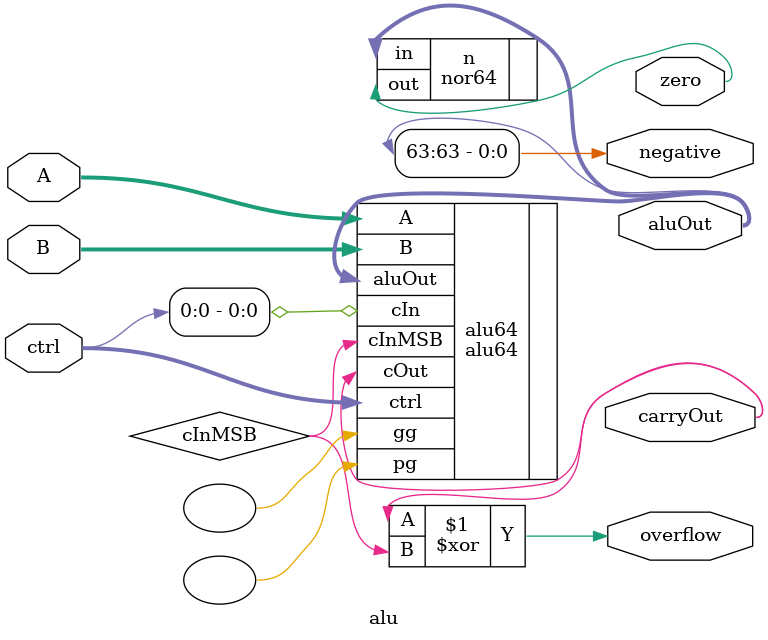
<source format=sv>
`timescale 1ns/10ps

module alu (
   output logic [63:0] aluOut,
   output logic        negative,
   output logic        zero,
   output logic        overflow,
   output logic        carryOut,
   input  logic [63:0] A,
   input  logic [63:0] B,
   input  logic  [2:0] ctrl
);

   parameter DELAY = 0.05;

   logic cInMSB;

   alu64 alu64 (
      .aluOut,
      .cOut(carryOut),
      .cInMSB,
      .pg(),
      .gg(),
      .A,
      .B,
      .cIn(ctrl[0]),
      .ctrl
   );

   // Compute flags
   // Negative = MSB of result
   assign negative = aluOut[63];

   // Overflow = XOR of adder's MSB's carry-out and carry-in
   xor #DELAY x (overflow, carryOut, cInMSB);

   // Zero = 64bit NOR of result
   nor64 n (.out(zero), .in(aluOut));
endmodule

</source>
